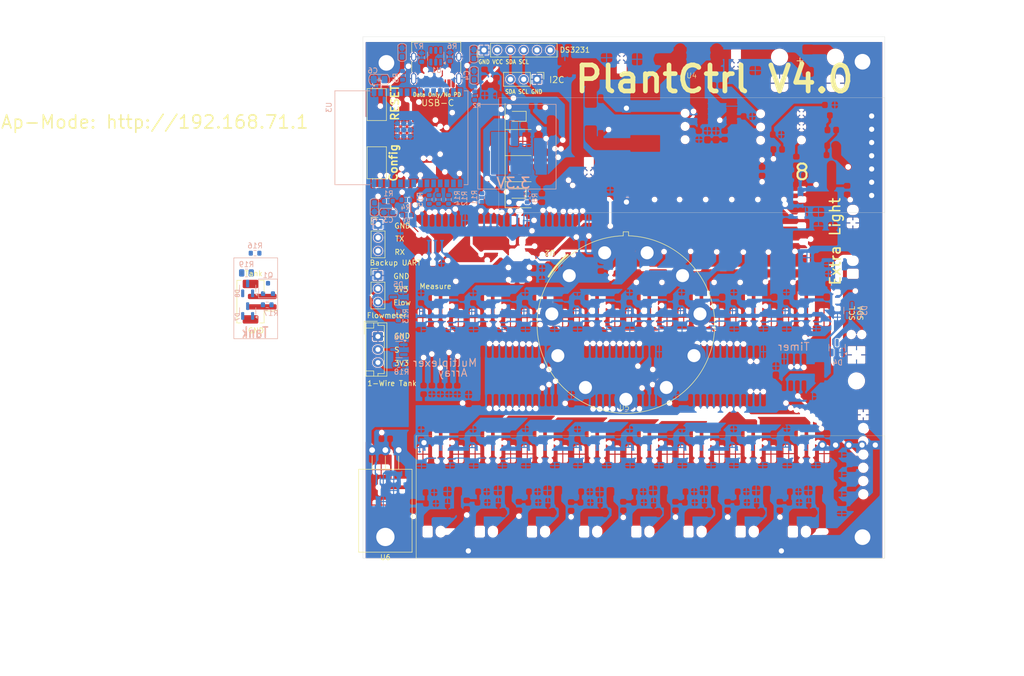
<source format=kicad_pcb>
(kicad_pcb
	(version 20241229)
	(generator "pcbnew")
	(generator_version "9.0")
	(general
		(thickness 1.6)
		(legacy_teardrops no)
	)
	(paper "A4")
	(layers
		(0 "F.Cu" signal)
		(4 "In1.Cu" signal)
		(6 "In2.Cu" signal)
		(2 "B.Cu" signal)
		(9 "F.Adhes" user "F.Adhesive")
		(11 "B.Adhes" user "B.Adhesive")
		(13 "F.Paste" user)
		(15 "B.Paste" user)
		(5 "F.SilkS" user "F.Silkscreen")
		(7 "B.SilkS" user "B.Silkscreen")
		(1 "F.Mask" user)
		(3 "B.Mask" user)
		(17 "Dwgs.User" user "User.Drawings")
		(19 "Cmts.User" user "User.Comments")
		(21 "Eco1.User" user "User.Eco1")
		(23 "Eco2.User" user "User.Eco2")
		(25 "Edge.Cuts" user)
		(27 "Margin" user)
		(31 "F.CrtYd" user "F.Courtyard")
		(29 "B.CrtYd" user "B.Courtyard")
		(35 "F.Fab" user)
		(33 "B.Fab" user)
	)
	(setup
		(stackup
			(layer "F.SilkS"
				(type "Top Silk Screen")
			)
			(layer "F.Paste"
				(type "Top Solder Paste")
			)
			(layer "F.Mask"
				(type "Top Solder Mask")
				(thickness 0.01)
			)
			(layer "F.Cu"
				(type "copper")
				(thickness 0.035)
			)
			(layer "dielectric 1"
				(type "prepreg")
				(thickness 0.1)
				(material "FR4")
				(epsilon_r 4.5)
				(loss_tangent 0.02)
			)
			(layer "In1.Cu"
				(type "copper")
				(thickness 0.035)
			)
			(layer "dielectric 2"
				(type "core")
				(thickness 1.24)
				(material "FR4")
				(epsilon_r 4.5)
				(loss_tangent 0.02)
			)
			(layer "In2.Cu"
				(type "copper")
				(thickness 0.035)
			)
			(layer "dielectric 3"
				(type "prepreg")
				(thickness 0.1)
				(material "FR4")
				(epsilon_r 4.5)
				(loss_tangent 0.02)
			)
			(layer "B.Cu"
				(type "copper")
				(thickness 0.035)
			)
			(layer "B.Mask"
				(type "Bottom Solder Mask")
				(thickness 0.01)
			)
			(layer "B.Paste"
				(type "Bottom Solder Paste")
			)
			(layer "B.SilkS"
				(type "Bottom Silk Screen")
			)
			(copper_finish "HAL lead-free")
			(dielectric_constraints no)
		)
		(pad_to_mask_clearance 0.05)
		(allow_soldermask_bridges_in_footprints no)
		(tenting front back)
		(aux_axis_origin 68.58 26.67)
		(grid_origin 68.58 26.67)
		(pcbplotparams
			(layerselection 0x00000000_00000000_5555555f_ffffffff)
			(plot_on_all_layers_selection 0x00000000_00000000_00000000_00000000)
			(disableapertmacros no)
			(usegerberextensions no)
			(usegerberattributes no)
			(usegerberadvancedattributes no)
			(creategerberjobfile no)
			(dashed_line_dash_ratio 12.000000)
			(dashed_line_gap_ratio 3.000000)
			(svgprecision 4)
			(plotframeref no)
			(mode 1)
			(useauxorigin no)
			(hpglpennumber 1)
			(hpglpenspeed 20)
			(hpglpendiameter 15.000000)
			(pdf_front_fp_property_popups yes)
			(pdf_back_fp_property_popups yes)
			(pdf_metadata yes)
			(pdf_single_document no)
			(dxfpolygonmode yes)
			(dxfimperialunits yes)
			(dxfusepcbnewfont yes)
			(psnegative no)
			(psa4output no)
			(plot_black_and_white yes)
			(sketchpadsonfab no)
			(plotpadnumbers no)
			(hidednponfab no)
			(sketchdnponfab yes)
			(crossoutdnponfab yes)
			(subtractmaskfromsilk no)
			(outputformat 1)
			(mirror no)
			(drillshape 0)
			(scaleselection 1)
			(outputdirectory "gerber/")
		)
	)
	(net 0 "")
	(net 1 "EN")
	(net 2 "VBAT")
	(net 3 "GND")
	(net 4 "3_3V")
	(net 5 "Temp")
	(net 6 "Net-(C2-Pad2)")
	(net 7 "PUMP_ENABLE")
	(net 8 "TANK_SENSOR")
	(net 9 "Charge")
	(net 10 "unconnected-(U3-IO15-Pad23)")
	(net 11 "Net-(Q1-G)")
	(net 12 "ESP_RX")
	(net 13 "ESP_TX")
	(net 14 "Net-(Boot1-Pad2)")
	(net 15 "SDA")
	(net 16 "SCL")
	(net 17 "unconnected-(U3-IO23-Pad21)")
	(net 18 "Net-(CD1-A)")
	(net 19 "Net-(D1-K)")
	(net 20 "Net-(J7-Pin_1)")
	(net 21 "unconnected-(U4-GND-Pad10)")
	(net 22 "unconnected-(U4-GND-Pad9)")
	(net 23 "CD_Probe")
	(net 24 "IsDay")
	(net 25 "LED_ENABLE")
	(net 26 "Net-(J3-CC2)")
	(net 27 "WORKING")
	(net 28 "unconnected-(U4-GND-Pad8)")
	(net 29 "unconnected-(U4-GND-Pad11)")
	(net 30 "unconnected-(J3-SBU1-PadA8)")
	(net 31 "ENABLE_TANK")
	(net 32 "unconnected-(J3-SBU2-PadB8)")
	(net 33 "unconnected-(U4-3V3-Pad4)")
	(net 34 "Net-(J3-CC1)")
	(net 35 "USB_D-")
	(net 36 "FLOW")
	(net 37 "USB_D+")
	(net 38 "BOOT_SEL")
	(net 39 "WARN_LED")
	(net 40 "OE")
	(net 41 "unconnected-(U4-VBAT-Pad1)")
	(net 42 "SQW")
	(net 43 "32K")
	(net 44 "USB_BUS")
	(net 45 "Net-(R3-Pad1)")
	(net 46 "unconnected-(U1-I{slash}O2-Pad4)")
	(net 47 "unconnected-(U1-I{slash}O1-Pad6)")
	(net 48 "unconnected-(U3-IO8-Pad10)")
	(net 49 "unconnected-(U3-IO0-Pad8)")
	(net 50 "unconnected-(U3-NC-Pad22)")
	(net 51 "unconnected-(U5-GND-Pad2)")
	(net 52 "unconnected-(U5-GND-Pad1)")
	(net 53 "unconnected-(U5-GND-Pad3)")
	(net 54 "unconnected-(U2-GND-Pad11)")
	(footprint "MPPT:MPPT" (layer "F.Cu") (at 232.68 47.61))
	(footprint "Button_Switch_SMD:SW_SPST_CK_RS282G05A3" (layer "F.Cu") (at 172.33 52.67 90))
	(footprint "PumpOut:PumpModule" (layer "F.Cu") (at 219.88 111.27))
	(footprint "Button_Switch_SMD:SW_SPST_CK_RS282G05A3" (layer "F.Cu") (at 172.33 63.82 -90))
	(footprint "Connector_PinHeader_2.54mm:PinHeader_1x03_P2.54mm_Vertical" (layer "F.Cu") (at 172.555 85.445))
	(footprint "Connector_JST:JST_EH_B3B-EH-A_1x03_P2.50mm_Vertical" (layer "F.Cu") (at 172.555 97.145 -90))
	(footprint "LED_SMD:LED_0805_2012Metric" (layer "F.Cu") (at 199.23 69.6575 180))
	(footprint "Connector_PinHeader_2.54mm:PinHeader_1x06_P2.54mm_Vertical" (layer "F.Cu") (at 192.87 42.22 90))
	(footprint "Relay_THT:Relay_Socket_3PDT_Omron_PLE11-0" (layer "F.Cu") (at 209.2225 85.47))
	(footprint "Connector_JST:JST_PH_B2B-PH-SM4-TB_1x02-1MP_P2.00mm_Vertical" (layer "F.Cu") (at 149.88 90.47 90))
	(footprint "Connector_PinHeader_2.54mm:PinHeader_1x03_P2.54mm_Vertical" (layer "F.Cu") (at 172.58 75.645))
	(footprint "LED_SMD:LED_0805_2012Metric" (layer "F.Cu") (at 199.28 54.92 180))
	(footprint "Connector_USB:USB_C_Receptacle_HRO_TYPE-C-31-M-12" (layer "F.Cu") (at 183.725 44.545 180))
	(footprint "Package_TO_SOT_THT:TO-220-3_Horizontal_TabDown" (layer "F.Cu") (at 176.52 118.94 180))
	(footprint "Connector_PinHeader_2.54mm:PinHeader_1x03_P2.54mm_Vertical" (layer "F.Cu") (at 203.03 47.82 -90))
	(footprint "PCM_Capacitor_SMD_Handsoldering_AKL:C_0603_1608Metric_Pad1.08x0.95mm" (layer "B.Cu") (at 177.18 42.67 -90))
	(footprint "Resistor_SMD:R_0603_1608Metric" (layer "B.Cu") (at 184.18 70.87 90))
	(footprint "PCM_Capacitor_SMD_Handsoldering_AKL:C_0603_1608Metric_Pad1.08x0.95mm" (layer "B.Cu") (at 190.98 47.07 -90))
	(footprint "Resistor_SMD:R_0603_1608Metric" (layer "B.Cu") (at 191.105 50.97 90))
	(footprint "Resistor_SMD:R_0603_1608Metric" (layer "B.Cu") (at 151.33 91.07 180))
	(footprint "Package_TO_SOT_SMD:SOT-23" (layer "B.Cu") (at 176.455 89.5825 180))
	(footprint "Package_TO_SOT_SMD:SOT-23" (layer "B.Cu") (at 147.58 87.9325 90))
	(footprint "Resistor_SMD:R_0603_1608Metric" (layer "B.Cu") (at 192.48 70.495 -90))
	(footprint "Resistor_SMD:R_0603_1608Metric" (layer "B.Cu") (at 180.93 43.64 90))
	(footprint "Package_TO_SOT_SMD:SOT-23-6" (layer "B.Cu") (at 183.6325 43.4 90))
	(footprint "Package_TO_SOT_SMD:SOT-23" (layer "B.Cu") (at 176.58 99.67 180))
	(footprint "Resistor_SMD:R_0603_1608Metric" (layer "B.Cu") (at 178.02 73.87 180))
	(footprint "Resistor_SMD:R_0603_1608Metric" (layer "B.Cu") (at 149.005 81.17 180))
	(footprint "PCM_Capacitor_SMD_Handsoldering_AKL:C_0603_1608Metric_Pad1.08x0.95mm" (layer "B.Cu") (at 171.88 72.37 90))
	(footprint "Package_TO_SOT_SMD:SOT-23" (layer "B.Cu") (at 260.555 99.2825 90))
	(footprint "Resistor_SMD:R_0603_1608Metric" (layer "B.Cu") (at 182.4 70.87 -90))
	(footprint "Resistor_SMD:R_0603_1608Metric" (layer "B.Cu") (at 176.58 102.545 180))
	(footprint "PCM_Capacitor_SMD_Handsoldering_AKL:C_0805_2012Metric_Pad1.18x1.45mm" (layer "B.Cu") (at 172.78 47.87 180))
	(footprint "PCM_Capacitor_SMD_Handsoldering_AKL:C_0603_1608Metric_Pad1.08x0.95mm" (layer "B.Cu") (at 174.555 73.37))
	(footprint "Resistor_SMD:R_0805_2012Metric" (layer "B.Cu") (at 147.355 84.96 180))
	(footprint "Resistor_SMD:R_0603_1608Metric" (layer "B.Cu") (at 201.18 70.57 90))
	(footprint "esp32c6:XCVR_ESP32-C6-WROOM-1-N8"
		(layer "B.Cu")
		(uuid "a624af3d-bffa-4ff7-9554-e16d3c677f69")
		(at 177.05 59.025 -90)
		(property "Reference" "U3"
			(at -5.825 13.885 90)
			(layer "B.SilkS")
			(uuid "d5b33f4a-25c8-411f-8cf3-b0ddb5cf04b9")
			(effects
				(font
					(size 1 1)
					(thickness 0.15)
				)
				(justify mirror)
			)
		)
		(property "Value" "ESP32-C6-WROOM-1-N8"
			(at 6.24 -13.865 90)
			(layer "B.Fab")
			(uuid "c29efa2f-8afd-49cd-bbbc-4eee8867b361")
			(effects
				(font
					(size 1 1)
					(thickness 0.15)
				)
				(justify mirror)
			)
		)
		(property "Datasheet" ""
			(at 0 0 90)
			(unlocked yes)
			(layer "B.Fab")
			(hide yes)
			(uuid "40ba170d-f952-498b-9fac-a54147108766")
			(effects
				(font
					(size 1.27 1.27)
					(thickness 0.15)
				)
				(justify mirror)
			)
		)
		(property "Description" ""
			(at 0 0 90)
			(unlocked yes)
			(layer "B.Fab")
			(hide yes)
			(uuid "98dbc862-5b30-41d6-8128-5177e7b96c66")
			(effects
				(font
					(size 1.27 1.27)
					(thickness 0.15)
				)
				(justify mirror)
			)
		)
		(property "MAXIMUM_PACKAGE_HEIGHT" "3.25mm"
			(at 0 0 90)
			(unlocked yes)
			(layer "B.Fab")
			(hide yes)
			(uuid "17a73ae5-d6f5-4d2e-a7af-7c83fbaf9165")
			(effects
				(font
					(size 1 1)
					(thickness 0.15)
				)
				(justify mirror)
			)
		)
		(property "MF" "Espressif Systems"
			(at 0 0 270)
			(unlocked yes)
			(layer "B.Fab")
			(hide yes)
			(uuid "12c9da42-3420-4a7a-a265-332ed975db11")
			(effects
				(font
					(size 1 1)
					(thickness 0.15)
				)
				(justify mirror)
			)
		)
		(property "Package" "None"
			(at 0 0 270)
			(unlocked yes)
			(layer "B.Fab")
			(hide yes)
			(uuid "47033206-8e4b-4522-9ec6-ce6882904acd")
			(effects
				(font
					(size 1 1)
					(thickness 0.15)
				)
				(justify mirror)
			)
		)
		(property "Price" "None"
			(at 0 0 270)
			(unlocked yes)
			(layer "B.Fab")
			(hide yes)
			(uuid "6229e19a-ba91-4545-8f50-829968847fac")
			(effects
				(font
					(size 1 1)
					(thickness 0.15)
				)
				(justify mirror)
			)
		)
		(property "Check_prices" "https://www.snapeda.com/parts/ESP32-C6-WROOM-1-N8/Espressif+Systems/view-part/?ref=eda"
			(at 0 0 270)
			(unlocked yes)
			(layer "B.Fab")
			(hide yes)
			(uuid "6600633a-f237-476a-9762-068e02160458")
			(effects
				(font
					(size 1 1)
					(thickness 0.15)
				)
				(justify mirror)
			)
		)
		(property "STANDARD" "Manufacturer Recommendations"
			(at 0 0 270)
			(unlocked yes)
			(layer "B.Fab")
			(hide yes)
			(uuid "1b9cca3f-8693-4b01-95c4-607172b68f5f")
			(effects
				(font
					(size 1 1)
					(thickness 0.15)
				)
				(justify mirror)
			)
		)
		(property "PARTREV" "1.0"
			(at 0 0 270)
			(unlocked yes)
			(layer "B.Fab")
			(hide yes)
			(uuid "527a3018-489d-4c29-998a-74b971fa010c")
			(effects
				(font
					(size 1 1)
					(thickness 0.15)
				)
				(justify mirror)
			)
		)
		(property "SnapEDA_Link" "https://www.snapeda.com/parts/ESP32-C6-WROOM-1-N8/Espressif+Systems/view-part/?ref=snap"
			(at 0 0 270)
			(unlocked yes)
			(layer "B.Fab")
			(hide yes)
			(uuid "89e67eb5-fb11-4189-b514-39806bd191c7")
			(effects
				(font
					(size 1 1)
					(thickness 0.15)
				)
				(justify mirror)
			)
		)
		(property "MP" "ESP32-C6-WROOM-1-N8"
			(at 0 0 270)
			(unlocked yes)
			(layer "B.Fab")
			(hide yes)
			(uuid "51033315-de84-488a-9552-a63df6ac138e")
			(effects
				(font
					(size 1 1)
					(thickness 0.15)
				)
				(justify mirror)
			)
		)
		(property "Purchase-URL" "https://www.snapeda.com/api/url_track_click_mouser/?unipart_id=12616380&manufacturer=Espressif Systems&part_name=ESP32-C6-WROOM-1-N8&search_term=None"
			(at 0 0 270)
			(unlocked yes)
			(layer "B.Fab")
			(hide yes)
			(uuid "09d4b442-ea2f-4e68-9328-978d6c5e4f1a")
			(effects
				(font
					(size 1 1)
					(thickness 0.15)
				)
				(justify mirror)
			)
		)
		(property "Description_1" "\nMultiprotocol Modules ESP32-C6 module, Wi-Fi 6 in 2.4 GHz band, Bluetooth 5, Zigbee 3.0 and Thread. ESP34-WROOM Compatible - ENGINEERING SAMPLE\n"
			(at 0 0 270)
			(unlocked yes)
			(layer "B.Fab")
			(hide yes)
			(uuid "865f214d-f855-4618-b2bf-96b2a3de6528")
			(effects
				(font
					(size 1 1)
					(thickness 0.15)
				)
				(justify mirror)
			)
		)
		(property "Availability" "In Stock"
			(at 0 0 270)
			(unlocked yes)
			(layer "B.Fab")
			(hide yes)
			(uuid "0a049e35-b42a-4084-b5a5-91f7d78ccf6e")
			(effects
				(font
					(size 1 1)
					(thickness 0.15)
				)
				(justify mirror)
			)
		)
		(property "MANUFACTURER" "Espressif Systems"
			(at 0 0 270)
			(unlocked yes)
			(layer "B.Fab")
			(hide yes)
			(uuid "d9523897-607d-4cf8-80b3-034948f9ca34")
			(effects
				(font
					(size 1 1)
					(thickness 0.15)
				)
				(justify mirror)
			)
		)
		(property "LCSC_PART_NUMBER" "C5366877"
			(at 0 0 270)
			(unlocked yes)
			(layer "B.Fab")
			(hide yes)
			(uuid "7b7c8dc2-9f2c-418a-ae63-70b462248d30")
			(effects
				(font
					(size 1 1)
					(thickness 0.15)
				)
				(justify mirror)
			)
		)
		(path "/f7232738-47a5-44b3-868d-eabb66b56887")
		(sheetname "/")
		(sheetfile "PlantCtrlESP32.kicad_sch")
		(attr smd)
		(fp_line
			(start -9 12.75)
			(end -9 6.03)
			(stroke
				(width 0.127)
				(type solid)
			)
			(layer "B.SilkS")
			(uuid "494ce26b-9aa0-4bf4-a9ae-57e559e2225a")
		)
		(fp_line
			(start 9 12.75)
			(end -9 12.75)
			(stroke
				(width 0.127)
				(type solid)
			)
			(layer "B.SilkS")
			(uuid "5e75a5f7-7178-45f9-a9cf-d507b5d086d1")
		)
		(fp_line
			(start 9 6.03)
			(end 9 12.75)
			(stroke
				(width 0.127)
				(type solid)
			)
			(layer "B.SilkS")
			(uuid "b756
... [4752080 chars truncated]
</source>
